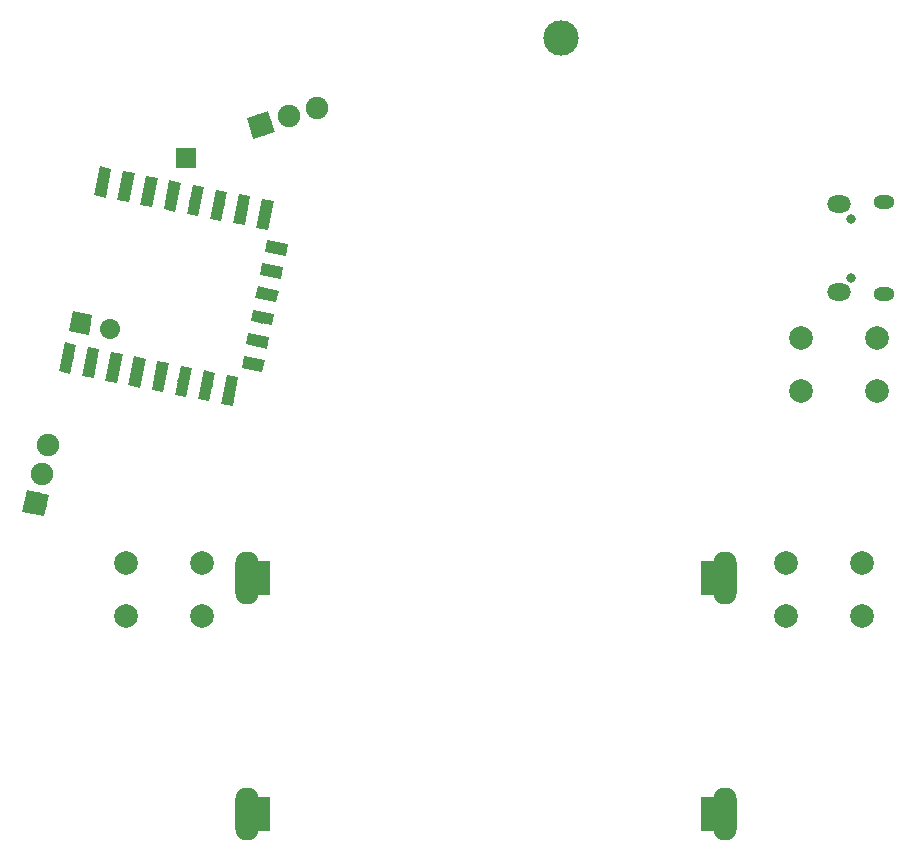
<source format=gbr>
G04 #@! TF.GenerationSoftware,KiCad,Pcbnew,(5.0.0-3-g5ebb6b6)*
G04 #@! TF.CreationDate,2019-01-19T17:02:55+01:00*
G04 #@! TF.ProjectId,Securityfest_2019_badge_beta,5365637572697479666573745F323031,rev?*
G04 #@! TF.SameCoordinates,Original*
G04 #@! TF.FileFunction,Soldermask,Bot*
G04 #@! TF.FilePolarity,Negative*
%FSLAX46Y46*%
G04 Gerber Fmt 4.6, Leading zero omitted, Abs format (unit mm)*
G04 Created by KiCad (PCBNEW (5.0.0-3-g5ebb6b6)) date 2019 January 19, Saturday 17:02:55*
%MOMM*%
%LPD*%
G01*
G04 APERTURE LIST*
%ADD10C,2.000000*%
%ADD11R,1.700000X1.700000*%
%ADD12C,1.700000*%
%ADD13C,0.100000*%
%ADD14C,1.700000*%
%ADD15O,0.800000X0.800000*%
%ADD16O,1.800000X1.150000*%
%ADD17O,2.000000X1.450000*%
%ADD18C,1.900000*%
%ADD19C,1.500000*%
%ADD20R,1.500000X3.000000*%
%ADD21O,2.000000X4.500000*%
%ADD22C,1.000000*%
%ADD23C,3.000000*%
G04 APERTURE END LIST*
D10*
G04 #@! TO.C,SW3*
X185570000Y-69850000D03*
X185570000Y-74350000D03*
X179070000Y-69850000D03*
X179070000Y-74350000D03*
G04 #@! TD*
D11*
G04 #@! TO.C,GPIO16*
X127000000Y-54610000D03*
G04 #@! TD*
D12*
G04 #@! TO.C,TX/RX*
X118110000Y-68580000D03*
D13*
G36*
X117113429Y-69252195D02*
X117437805Y-67583429D01*
X119106571Y-67907805D01*
X118782195Y-69576571D01*
X117113429Y-69252195D01*
X117113429Y-69252195D01*
G37*
D12*
X120603333Y-69064655D03*
D14*
X120603333Y-69064655D02*
X120603333Y-69064655D01*
G04 #@! TD*
D15*
G04 #@! TO.C,J1*
X183350000Y-59730000D03*
X183350000Y-64730000D03*
D16*
X186100000Y-58355000D03*
X186100000Y-66105000D03*
D17*
X182300000Y-58505000D03*
X182300000Y-65955000D03*
G04 #@! TD*
D18*
G04 #@! TO.C,S1*
X133350000Y-51800000D03*
D13*
G36*
X132719264Y-52986243D02*
X132163757Y-51169264D01*
X133980736Y-50613757D01*
X134536243Y-52430736D01*
X132719264Y-52986243D01*
X132719264Y-52986243D01*
G37*
D18*
X135740762Y-51069071D03*
X138131524Y-50338141D03*
G04 #@! TD*
G04 #@! TO.C,S2*
X115339558Y-78929262D03*
X114819779Y-81374631D03*
X114300000Y-83820000D03*
D13*
G36*
X115031724Y-84946756D02*
X113173244Y-84551724D01*
X113568276Y-82693244D01*
X115426756Y-83088276D01*
X115031724Y-84946756D01*
X115031724Y-84946756D01*
G37*
G04 #@! TD*
D10*
G04 #@! TO.C,SW1*
X128420000Y-88900000D03*
X128420000Y-93400000D03*
X121920000Y-88900000D03*
X121920000Y-93400000D03*
G04 #@! TD*
G04 #@! TO.C,SW2*
X177800000Y-93400000D03*
X177800000Y-88900000D03*
X184300000Y-93400000D03*
X184300000Y-88900000D03*
G04 #@! TD*
D19*
G04 #@! TO.C,U3*
X172650000Y-110630000D03*
X172650000Y-109380000D03*
X132150000Y-110880000D03*
X132150000Y-109630000D03*
X132150000Y-111380000D03*
X132150000Y-108880000D03*
X132150000Y-91380000D03*
X132150000Y-90880000D03*
X132150000Y-88880000D03*
X132150000Y-89380000D03*
X172650000Y-111380000D03*
X172650000Y-108880000D03*
X172650000Y-90630000D03*
D20*
X171400000Y-90130000D03*
X171400000Y-110130000D03*
X133400000Y-110130000D03*
X133400000Y-90130000D03*
D21*
X172650000Y-110130000D03*
X132150000Y-110130000D03*
X172650000Y-90130000D03*
X132150000Y-90130000D03*
D19*
X172650000Y-88880000D03*
X172650000Y-91380000D03*
X172650000Y-89380000D03*
G04 #@! TD*
D22*
G04 #@! TO.C,U4*
X116998658Y-71536860D03*
D13*
G36*
X116753283Y-70213119D02*
X117733898Y-70409065D01*
X117244033Y-72860601D01*
X116263418Y-72664655D01*
X116753283Y-70213119D01*
X116753283Y-70213119D01*
G37*
D22*
X118959887Y-71928752D03*
D13*
G36*
X118714512Y-70605011D02*
X119695127Y-70800957D01*
X119205262Y-73252493D01*
X118224647Y-73056547D01*
X118714512Y-70605011D01*
X118714512Y-70605011D01*
G37*
D22*
X120921117Y-72320643D03*
D13*
G36*
X120675742Y-70996902D02*
X121656357Y-71192848D01*
X121166492Y-73644384D01*
X120185877Y-73448438D01*
X120675742Y-70996902D01*
X120675742Y-70996902D01*
G37*
D22*
X122882346Y-72712537D03*
D13*
G36*
X122636971Y-71388796D02*
X123617586Y-71584742D01*
X123127721Y-74036278D01*
X122147106Y-73840332D01*
X122636971Y-71388796D01*
X122636971Y-71388796D01*
G37*
D22*
X124843575Y-73104429D03*
D13*
G36*
X124598200Y-71780688D02*
X125578815Y-71976634D01*
X125088950Y-74428170D01*
X124108335Y-74232224D01*
X124598200Y-71780688D01*
X124598200Y-71780688D01*
G37*
D22*
X126804805Y-73496321D03*
D13*
G36*
X126559430Y-72172580D02*
X127540045Y-72368526D01*
X127050180Y-74820062D01*
X126069565Y-74624116D01*
X126559430Y-72172580D01*
X126559430Y-72172580D01*
G37*
D22*
X128766034Y-73888214D03*
D13*
G36*
X128520659Y-72564473D02*
X129501274Y-72760419D01*
X129011409Y-75211955D01*
X128030794Y-75016009D01*
X128520659Y-72564473D01*
X128520659Y-72564473D01*
G37*
D22*
X130727263Y-74280106D03*
D13*
G36*
X130481888Y-72956365D02*
X131462503Y-73152311D01*
X130972638Y-75603847D01*
X129992023Y-75407901D01*
X130481888Y-72956365D01*
X130481888Y-72956365D01*
G37*
D22*
X132707645Y-72024427D03*
D13*
G36*
X131923065Y-71357768D02*
X133688171Y-71710471D01*
X133492225Y-72691086D01*
X131727119Y-72338383D01*
X131923065Y-71357768D01*
X131923065Y-71357768D01*
G37*
D22*
X133099537Y-70063198D03*
D13*
G36*
X132314957Y-69396539D02*
X134080063Y-69749242D01*
X133884117Y-70729857D01*
X132119011Y-70377154D01*
X132314957Y-69396539D01*
X132314957Y-69396539D01*
G37*
D22*
X133491430Y-68101968D03*
D13*
G36*
X132706850Y-67435309D02*
X134471956Y-67788012D01*
X134276010Y-68768627D01*
X132510904Y-68415924D01*
X132706850Y-67435309D01*
X132706850Y-67435309D01*
G37*
D22*
X133883322Y-66140739D03*
D13*
G36*
X133098742Y-65474080D02*
X134863848Y-65826783D01*
X134667902Y-66807398D01*
X132902796Y-66454695D01*
X133098742Y-65474080D01*
X133098742Y-65474080D01*
G37*
D22*
X134275214Y-64179510D03*
D13*
G36*
X133490634Y-63512851D02*
X135255740Y-63865554D01*
X135059794Y-64846169D01*
X133294688Y-64493466D01*
X133490634Y-63512851D01*
X133490634Y-63512851D01*
G37*
D22*
X134667107Y-62218279D03*
D13*
G36*
X133882527Y-61551620D02*
X135647633Y-61904323D01*
X135451687Y-62884938D01*
X133686581Y-62532235D01*
X133882527Y-61551620D01*
X133882527Y-61551620D01*
G37*
D22*
X133705645Y-59374763D03*
D13*
G36*
X133460270Y-58051022D02*
X134440885Y-58246968D01*
X133951020Y-60698504D01*
X132970405Y-60502558D01*
X133460270Y-58051022D01*
X133460270Y-58051022D01*
G37*
D22*
X131744415Y-58982871D03*
D13*
G36*
X131499040Y-57659130D02*
X132479655Y-57855076D01*
X131989790Y-60306612D01*
X131009175Y-60110666D01*
X131499040Y-57659130D01*
X131499040Y-57659130D01*
G37*
D22*
X129783186Y-58590979D03*
D13*
G36*
X129537811Y-57267238D02*
X130518426Y-57463184D01*
X130028561Y-59914720D01*
X129047946Y-59718774D01*
X129537811Y-57267238D01*
X129537811Y-57267238D01*
G37*
D22*
X127821957Y-58199086D03*
D13*
G36*
X127576582Y-56875345D02*
X128557197Y-57071291D01*
X128067332Y-59522827D01*
X127086717Y-59326881D01*
X127576582Y-56875345D01*
X127576582Y-56875345D01*
G37*
D22*
X125860727Y-57807194D03*
D13*
G36*
X125615352Y-56483453D02*
X126595967Y-56679399D01*
X126106102Y-59130935D01*
X125125487Y-58934989D01*
X125615352Y-56483453D01*
X125615352Y-56483453D01*
G37*
D22*
X123899498Y-57415302D03*
D13*
G36*
X123654123Y-56091561D02*
X124634738Y-56287507D01*
X124144873Y-58739043D01*
X123164258Y-58543097D01*
X123654123Y-56091561D01*
X123654123Y-56091561D01*
G37*
D22*
X121938269Y-57023409D03*
D13*
G36*
X121692894Y-55699668D02*
X122673509Y-55895614D01*
X122183644Y-58347150D01*
X121203029Y-58151204D01*
X121692894Y-55699668D01*
X121692894Y-55699668D01*
G37*
D22*
X119977039Y-56631517D03*
D13*
G36*
X119731664Y-55307776D02*
X120712279Y-55503722D01*
X120222414Y-57955258D01*
X119241799Y-57759312D01*
X119731664Y-55307776D01*
X119731664Y-55307776D01*
G37*
G04 #@! TD*
D23*
G04 #@! TO.C,REF\002A\002A*
X158750000Y-44450000D03*
G04 #@! TD*
M02*

</source>
